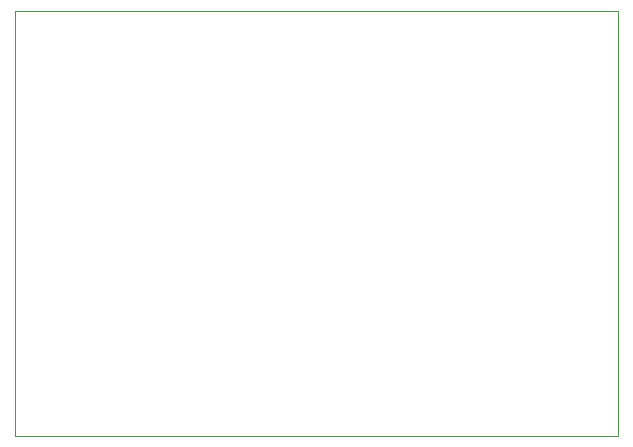
<source format=gbr>
%TF.GenerationSoftware,KiCad,Pcbnew,(5.1.12)-1*%
%TF.CreationDate,2023-08-26T19:26:49+05:30*%
%TF.ProjectId,IR PROXIMITY AUTOMATIC SANITIZER DISPENSER,49522050-524f-4584-994d-495459204155,rev?*%
%TF.SameCoordinates,Original*%
%TF.FileFunction,Profile,NP*%
%FSLAX46Y46*%
G04 Gerber Fmt 4.6, Leading zero omitted, Abs format (unit mm)*
G04 Created by KiCad (PCBNEW (5.1.12)-1) date 2023-08-26 19:26:49*
%MOMM*%
%LPD*%
G01*
G04 APERTURE LIST*
%TA.AperFunction,Profile*%
%ADD10C,0.050000*%
%TD*%
G04 APERTURE END LIST*
D10*
X139000000Y-86000000D02*
X144000000Y-86000000D01*
X139000000Y-122000000D02*
X139000000Y-86000000D01*
X190000000Y-122000000D02*
X139000000Y-122000000D01*
X190000000Y-86000000D02*
X190000000Y-122000000D01*
X144000000Y-86000000D02*
X190000000Y-86000000D01*
M02*

</source>
